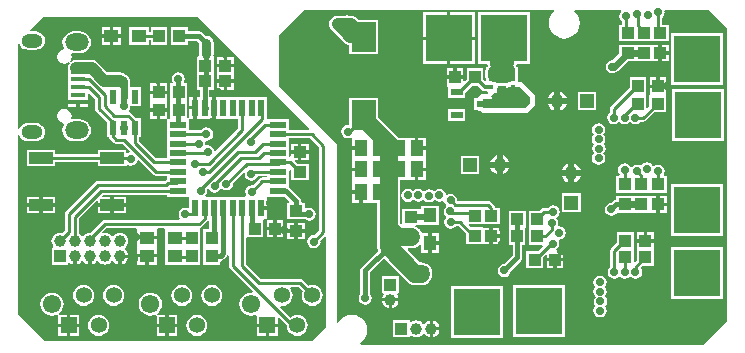
<source format=gtl>
G04*
G04 #@! TF.GenerationSoftware,Altium Limited,Altium Designer,18.1.9 (240)*
G04*
G04 Layer_Physical_Order=1*
G04 Layer_Color=255*
%FSLAX44Y44*%
%MOMM*%
G71*
G01*
G75*
%ADD12C,0.4000*%
%ADD16C,0.2540*%
%ADD17R,1.0000X1.1000*%
%ADD18R,1.0500X0.6000*%
%ADD19R,0.4300X0.3500*%
%ADD20R,1.1000X1.2500*%
%ADD21R,0.6600X0.3500*%
%ADD22R,2.0500X2.5000*%
%ADD23R,1.1000X1.4000*%
%ADD24R,1.1000X1.0000*%
%ADD25R,1.4750X0.6000*%
%ADD26R,0.6000X1.4750*%
%ADD27R,4.0000X4.0000*%
%ADD28R,1.3000X0.4500*%
%ADD29R,0.6000X1.2200*%
%ADD30R,1.2500X1.1000*%
%ADD31R,2.0000X1.0000*%
%ADD32R,2.0000X1.0000*%
%ADD61C,1.5000*%
%ADD62C,1.0000*%
%ADD63C,0.6000*%
%ADD64C,0.5000*%
%ADD65C,2.0000*%
%ADD66C,0.3000*%
%ADD67C,0.8000*%
%ADD68R,1.3580X1.3580*%
%ADD69C,1.3580*%
%ADD70C,1.5500*%
%ADD71R,1.1500X1.1500*%
%ADD72C,1.1500*%
%ADD73R,1.1500X1.1500*%
%ADD74O,2.0000X1.4500*%
%ADD75O,1.8000X1.1500*%
%ADD76C,1.0000*%
%ADD77R,1.0000X1.0000*%
%ADD78R,1.0000X1.0000*%
%ADD79C,0.7000*%
G36*
X607750Y275750D02*
Y28000D01*
X587500Y7750D01*
X297477D01*
X297045Y9020D01*
X299272Y10728D01*
X301355Y13444D01*
X302665Y16606D01*
X303112Y20000D01*
X302665Y23394D01*
X301355Y26556D01*
X299272Y29272D01*
X296556Y31356D01*
X293394Y32665D01*
X290000Y33112D01*
X286606Y32665D01*
X283444Y31356D01*
X280728Y29272D01*
X278645Y26556D01*
X278520Y26256D01*
X277250Y26508D01*
Y178000D01*
X228250Y227000D01*
Y269750D01*
X244250Y285750D01*
X249750Y291250D01*
X461331D01*
X461739Y290047D01*
X460728Y289272D01*
X458644Y286556D01*
X457335Y283394D01*
X456888Y280000D01*
X457335Y276606D01*
X458644Y273444D01*
X460728Y270728D01*
X463444Y268645D01*
X466606Y267335D01*
X470000Y266888D01*
X473394Y267335D01*
X476556Y268645D01*
X479272Y270728D01*
X481356Y273444D01*
X482665Y276606D01*
X483112Y280000D01*
X482665Y283394D01*
X481356Y286556D01*
X479272Y289272D01*
X478261Y290047D01*
X478669Y291250D01*
X518046D01*
X518431Y289980D01*
X518035Y289715D01*
X516819Y287896D01*
X516392Y285750D01*
X516819Y283604D01*
X518035Y281785D01*
X518666Y281363D01*
Y278750D01*
X516500D01*
Y264750D01*
X531500D01*
Y264750D01*
X543500D01*
Y264750D01*
X558500D01*
Y278750D01*
X552584D01*
Y284613D01*
X553215Y285035D01*
X554431Y286854D01*
X554858Y289000D01*
X554663Y289980D01*
X555705Y291250D01*
X592250D01*
X607750Y275750D01*
D02*
G37*
G36*
X190750Y254293D02*
X226500Y218250D01*
X254243Y190507D01*
X253757Y189334D01*
X237135D01*
Y199000D01*
X219648D01*
X218385Y199005D01*
X218380Y200268D01*
Y217755D01*
X174880D01*
Y208380D01*
Y199005D01*
X194046D01*
Y190761D01*
X174800Y171515D01*
X173422Y171933D01*
X173181Y173146D01*
X171965Y174965D01*
X170146Y176181D01*
X168000Y176608D01*
X167007Y176410D01*
X165927Y177490D01*
X166028Y178000D01*
X165761Y179344D01*
X166825Y180427D01*
X167000Y180392D01*
X169146Y180819D01*
X170965Y182035D01*
X172181Y183854D01*
X172608Y186000D01*
X172181Y188146D01*
X170965Y189965D01*
X169146Y191181D01*
X167000Y191608D01*
X164854Y191181D01*
X163035Y189965D01*
X162613Y189334D01*
X152375D01*
Y197737D01*
X152380Y199000D01*
X153643Y199005D01*
X155880D01*
Y206880D01*
X152380D01*
Y200268D01*
X152380Y200141D01*
X151107Y199531D01*
X150500Y200016D01*
Y212550D01*
X150500Y213820D01*
X150500D01*
Y213820D01*
X150500D01*
Y228820D01*
X148461D01*
X147862Y229940D01*
X148306Y230604D01*
X148733Y232750D01*
X148306Y234896D01*
X147090Y236715D01*
X145271Y237931D01*
X143125Y238358D01*
X140979Y237931D01*
X139160Y236715D01*
X137944Y234896D01*
X137517Y232750D01*
X137944Y230604D01*
X138287Y230090D01*
X137609Y228820D01*
X136500D01*
Y213820D01*
X136500D01*
Y213820D01*
X136500D01*
Y199000D01*
X134770D01*
X133625Y199000D01*
X133500Y200218D01*
Y204820D01*
X128000D01*
Y198820D01*
X132355D01*
X133500Y198820D01*
X133625Y197602D01*
Y189000D01*
Y181000D01*
Y173000D01*
Y165334D01*
X124302D01*
X109984Y179652D01*
Y183445D01*
X111650D01*
Y199645D01*
X107490D01*
X103277Y203858D01*
X102195Y204580D01*
X101636Y204692D01*
X101147Y206076D01*
X102001Y207354D01*
X102428Y209500D01*
X102547Y209645D01*
X111650D01*
Y225845D01*
X102248D01*
Y228100D01*
X102135Y228668D01*
X102310Y230000D01*
X102070Y231827D01*
X101364Y233530D01*
X100242Y234993D01*
X98993Y236243D01*
X97530Y237365D01*
X95827Y238070D01*
X94000Y238310D01*
X83174D01*
X74742Y246742D01*
X73280Y247864D01*
X71577Y248570D01*
X69750Y248810D01*
X57000D01*
X55173Y248570D01*
X53470Y247864D01*
X52515Y247132D01*
X51575Y248012D01*
X52302Y249099D01*
X52768Y251440D01*
X52389Y253344D01*
X53078Y254312D01*
X53350Y254498D01*
X54400Y254360D01*
X59900D01*
X62315Y254678D01*
X64565Y255610D01*
X66497Y257093D01*
X67980Y259025D01*
X68912Y261275D01*
X69230Y263690D01*
X68912Y266105D01*
X67980Y268355D01*
X66497Y270287D01*
X64565Y271770D01*
X62315Y272702D01*
X59900Y273020D01*
X54400D01*
X51985Y272702D01*
X49735Y271770D01*
X47803Y270287D01*
X46320Y268355D01*
X45388Y266105D01*
X45070Y263690D01*
X45388Y261275D01*
X46320Y259025D01*
X46506Y258783D01*
X45952Y257419D01*
X44309Y257092D01*
X42324Y255766D01*
X40998Y253781D01*
X40532Y251440D01*
X40998Y249099D01*
X42324Y247114D01*
X44309Y245788D01*
X46650Y245322D01*
X48991Y245788D01*
X50394Y246725D01*
X51273Y245786D01*
X50886Y245280D01*
X50180Y243577D01*
X50129Y243190D01*
X49650D01*
Y234690D01*
Y228190D01*
Y221690D01*
Y215190D01*
Y214440D01*
X58150D01*
X66650D01*
Y220089D01*
X67920Y220615D01*
X72666Y215869D01*
Y207500D01*
X72920Y206224D01*
X73643Y205142D01*
X82650Y196135D01*
Y183445D01*
X84426D01*
X84570Y182724D01*
X85293Y181642D01*
X88042Y178892D01*
X89124Y178170D01*
X90400Y177916D01*
X95869D01*
X102276Y171509D01*
X101858Y170131D01*
X100854Y169931D01*
X100270Y169541D01*
X99000Y170219D01*
Y172750D01*
X75000D01*
Y169084D01*
X39000D01*
Y172750D01*
X15000D01*
Y158750D01*
X39000D01*
Y162416D01*
X75000D01*
Y158750D01*
X99000D01*
Y159281D01*
X100270Y159959D01*
X100854Y159569D01*
X103000Y159142D01*
X105146Y159569D01*
X106965Y160785D01*
X108181Y162604D01*
X108381Y163608D01*
X109759Y164026D01*
X122142Y151643D01*
X123224Y150920D01*
X124500Y150666D01*
X133625D01*
Y147476D01*
X132995Y147350D01*
X131913Y146628D01*
X131369Y146084D01*
X75250D01*
X73974Y145830D01*
X72892Y145107D01*
X48393Y120608D01*
X47670Y119526D01*
X47416Y118250D01*
Y104481D01*
X44873Y101939D01*
X44677Y102020D01*
X42850Y102260D01*
X41023Y102020D01*
X39320Y101314D01*
X37858Y100192D01*
X36735Y98730D01*
X36030Y97027D01*
X35790Y95200D01*
X36030Y93373D01*
X36735Y91670D01*
X37426Y90770D01*
X36800Y89500D01*
X35850D01*
Y75500D01*
X49850D01*
Y76450D01*
X51120Y77076D01*
X52020Y76385D01*
X53723Y75680D01*
X54050Y75637D01*
Y82500D01*
X57050D01*
Y75637D01*
X57377Y75680D01*
X59080Y76385D01*
X60542Y77508D01*
X61113Y78252D01*
X62687D01*
X63258Y77508D01*
X64720Y76385D01*
X66423Y75680D01*
X66750Y75637D01*
Y82500D01*
X69750D01*
Y75637D01*
X70077Y75680D01*
X71780Y76385D01*
X73242Y77508D01*
X73813Y78252D01*
X75387D01*
X75958Y77508D01*
X77420Y76385D01*
X79123Y75680D01*
X80950Y75440D01*
X82777Y75680D01*
X84480Y76385D01*
X85942Y77508D01*
X86513Y78252D01*
X88087D01*
X88658Y77508D01*
X90120Y76385D01*
X91823Y75680D01*
X92150Y75637D01*
Y82500D01*
X93650D01*
Y84000D01*
X100513D01*
X100470Y84327D01*
X99764Y86030D01*
X98642Y87493D01*
X97899Y88063D01*
Y89637D01*
X98642Y90208D01*
X99764Y91670D01*
X100470Y93373D01*
X100710Y95200D01*
X100470Y97027D01*
X99764Y98730D01*
X98642Y100192D01*
X97180Y101314D01*
X95477Y102020D01*
X93650Y102260D01*
X91823Y102020D01*
X90120Y101314D01*
X88658Y100192D01*
X88087Y99448D01*
X86513D01*
X85942Y100192D01*
X84480Y101314D01*
X82777Y102020D01*
X80950Y102260D01*
X79305Y102044D01*
X78963Y102423D01*
X78658Y103193D01*
X82131Y106666D01*
X107339D01*
X108250Y105800D01*
X108250Y105396D01*
Y99800D01*
X116500D01*
X124750D01*
Y105396D01*
X124750Y105800D01*
X125661Y106666D01*
X130839D01*
X131750Y105800D01*
X131750Y105396D01*
Y91770D01*
X131750Y90800D01*
X131750Y89530D01*
Y75500D01*
X161500D01*
Y89230D01*
X161500Y90500D01*
X161500Y91770D01*
Y105471D01*
X161500Y105500D01*
X161507Y106767D01*
X162276Y106920D01*
X163358Y107642D01*
X167738Y112022D01*
X168032Y112463D01*
X169302Y112077D01*
Y105500D01*
X164500D01*
Y91770D01*
X164500Y90500D01*
X164500D01*
Y90500D01*
X164500D01*
Y75500D01*
X178500D01*
Y77845D01*
X179000Y78922D01*
X180561Y79232D01*
X181884Y80116D01*
X184264Y82496D01*
X184264Y82496D01*
X184776Y83263D01*
X186046Y82877D01*
Y74620D01*
X186300Y73344D01*
X187022Y72263D01*
X206408Y52877D01*
X205815Y51674D01*
X204600Y51834D01*
X202055Y51499D01*
X199683Y50517D01*
X197646Y48954D01*
X196083Y46917D01*
X195101Y44545D01*
X194766Y42000D01*
X195101Y39455D01*
X196083Y37083D01*
X197646Y35046D01*
X199683Y33483D01*
X202055Y32501D01*
X204600Y32166D01*
X207145Y32501D01*
X208684Y33138D01*
X209810Y32230D01*
Y25500D01*
X227390D01*
Y30236D01*
X228563Y30722D01*
X235152Y24133D01*
X235134Y24000D01*
X235436Y21705D01*
X236322Y19567D01*
X237731Y17731D01*
X239567Y16322D01*
X241705Y15436D01*
X244000Y15134D01*
X246295Y15436D01*
X248433Y16322D01*
X250269Y17731D01*
X251678Y19567D01*
X252564Y21705D01*
X252866Y24000D01*
X252564Y26295D01*
X251678Y28433D01*
X250269Y30269D01*
X248433Y31678D01*
X246295Y32564D01*
X244000Y32866D01*
X241705Y32564D01*
X239567Y31678D01*
X238136Y30580D01*
X229183Y39532D01*
X229776Y40735D01*
X231300Y40534D01*
X233595Y40836D01*
X235733Y41722D01*
X237569Y43131D01*
X238978Y44967D01*
X239864Y47105D01*
X240166Y49400D01*
X239864Y51695D01*
X238978Y53833D01*
X237779Y55396D01*
X238189Y56666D01*
X244719D01*
X248591Y52793D01*
X248136Y51695D01*
X247834Y49400D01*
X248136Y47105D01*
X249022Y44967D01*
X250431Y43131D01*
X252267Y41722D01*
X254405Y40836D01*
X256700Y40534D01*
X258995Y40836D01*
X261133Y41722D01*
X262969Y43131D01*
X264378Y44967D01*
X265264Y47105D01*
X265566Y49400D01*
X265264Y51695D01*
X264378Y53833D01*
X262969Y55669D01*
X261133Y57078D01*
X258995Y57964D01*
X256700Y58266D01*
X254405Y57964D01*
X253307Y57509D01*
X248458Y62358D01*
X247376Y63080D01*
X246100Y63334D01*
X212972D01*
X200714Y75592D01*
Y97348D01*
X201000Y98500D01*
X215000D01*
Y113500D01*
X215961Y114245D01*
X217039D01*
X217142Y114165D01*
X218000Y113500D01*
X218000Y112975D01*
X218000Y112933D01*
Y107500D01*
X223500D01*
Y113500D01*
X219341D01*
X219238Y113580D01*
X218380Y114245D01*
X218380Y114770D01*
X218380Y114812D01*
Y122120D01*
X213380D01*
Y125120D01*
X218380D01*
Y131732D01*
X218385Y132995D01*
X219648Y133000D01*
X233232D01*
X237059Y129173D01*
X236573Y128000D01*
X235500D01*
Y114000D01*
X245606D01*
X246000Y113922D01*
X250204D01*
X251854Y112819D01*
X254000Y112392D01*
X256146Y112819D01*
X257965Y114035D01*
X259181Y115854D01*
X259608Y118000D01*
X259181Y120146D01*
X257965Y121965D01*
X256146Y123181D01*
X254000Y123608D01*
X251854Y123181D01*
X251620Y123025D01*
X250500Y123623D01*
Y128000D01*
X247821D01*
X247078Y129000D01*
X246768Y130561D01*
X245884Y131884D01*
X245884Y131884D01*
X237135Y140633D01*
Y149000D01*
Y154929D01*
X238405Y155608D01*
X238500Y155545D01*
Y147000D01*
X253500D01*
Y161000D01*
X243715D01*
X241888Y162827D01*
X242374Y164000D01*
X244500D01*
Y169500D01*
X238500D01*
Y167006D01*
X237230Y166165D01*
X237135Y166205D01*
Y173000D01*
Y182666D01*
X254619D01*
X262666Y174619D01*
Y104381D01*
X258745Y100460D01*
X258000Y100608D01*
X255854Y100181D01*
X254035Y98965D01*
X252819Y97146D01*
X252392Y95000D01*
X252819Y92854D01*
X254035Y91035D01*
X255854Y89819D01*
X258000Y89392D01*
X260146Y89819D01*
X261965Y91035D01*
X263181Y92854D01*
X263608Y95000D01*
X263460Y95745D01*
X266827Y99112D01*
X268000Y98626D01*
Y22750D01*
X256250Y11000D01*
X30000D01*
X7250Y33750D01*
X7250Y185003D01*
X8520Y185255D01*
X9130Y183782D01*
X10373Y182163D01*
X11992Y180920D01*
X13877Y180140D01*
X15900Y179873D01*
X22400D01*
X24423Y180140D01*
X26308Y180920D01*
X27927Y182163D01*
X29170Y183782D01*
X29950Y185667D01*
X30217Y187690D01*
X29950Y189713D01*
X29170Y191598D01*
X27927Y193217D01*
X26308Y194460D01*
X24423Y195240D01*
X22400Y195507D01*
X15900D01*
X13877Y195240D01*
X11992Y194460D01*
X10373Y193217D01*
X9130Y191598D01*
X8520Y190125D01*
X7250Y190377D01*
Y262503D01*
X8520Y262755D01*
X9130Y261282D01*
X10373Y259663D01*
X11992Y258420D01*
X13877Y257640D01*
X15900Y257373D01*
X22400D01*
X24423Y257640D01*
X26308Y258420D01*
X27927Y259663D01*
X29170Y261282D01*
X29950Y263167D01*
X30217Y265190D01*
X29950Y267213D01*
X29170Y269098D01*
X27927Y270717D01*
X26308Y271960D01*
X24423Y272741D01*
X22400Y273007D01*
X18416D01*
X17930Y274180D01*
X29000Y285250D01*
X159793Y285250D01*
X190750Y254293D01*
D02*
G37*
G36*
X199611Y153100D02*
X199392Y152000D01*
X199819Y149854D01*
X201035Y148035D01*
X202854Y146819D01*
X205000Y146392D01*
X207146Y146819D01*
X208965Y148035D01*
X210181Y149854D01*
X210342Y150666D01*
X218385D01*
Y149334D01*
X214213D01*
X212937Y149080D01*
X211855Y148357D01*
X206125Y142627D01*
X205380Y142775D01*
X203234Y142348D01*
X201415Y141132D01*
X200199Y139313D01*
X199772Y137167D01*
X200199Y135021D01*
X200704Y134265D01*
X200026Y132995D01*
X166521D01*
X166119Y134265D01*
X167181Y135854D01*
X167608Y138000D01*
X167379Y139152D01*
X167689Y139433D01*
X167718Y139444D01*
X169281Y139163D01*
X170035Y138035D01*
X171854Y136819D01*
X174000Y136392D01*
X176146Y136819D01*
X177965Y138035D01*
X178904Y139440D01*
X179625Y139819D01*
X180456Y139753D01*
X181854Y138819D01*
X184000Y138392D01*
X186146Y138819D01*
X187965Y140035D01*
X189181Y141854D01*
X189608Y144000D01*
X189460Y144745D01*
X198441Y153726D01*
X199611Y153100D01*
D02*
G37*
G36*
X133625Y133000D02*
X151112D01*
X152375Y132995D01*
X152380Y131732D01*
Y123868D01*
X151338Y123153D01*
X151110Y123188D01*
X149000Y123608D01*
X146854Y123181D01*
X145035Y121965D01*
X143819Y120146D01*
X143392Y118000D01*
X143819Y115854D01*
X144654Y114604D01*
X143975Y113334D01*
X80750D01*
X79474Y113080D01*
X78393Y112358D01*
X68290Y102255D01*
X68250Y102260D01*
X66423Y102020D01*
X64720Y101314D01*
X63258Y100192D01*
X62687Y99448D01*
X61113D01*
X60542Y100192D01*
X59080Y101314D01*
X58884Y101396D01*
Y114619D01*
X73827Y129562D01*
X75000Y129076D01*
Y127250D01*
X85500D01*
Y132750D01*
X79081D01*
X78545Y133966D01*
X79105Y134666D01*
X133625D01*
Y133000D01*
D02*
G37*
%LPC*%
G36*
X394000Y289000D02*
X373500D01*
Y268500D01*
X394000D01*
Y289000D01*
D02*
G37*
G36*
X370500D02*
X350000D01*
Y268500D01*
X370500D01*
Y289000D01*
D02*
G37*
G36*
X558500Y261750D02*
X552500D01*
Y256250D01*
X558500D01*
Y261750D01*
D02*
G37*
G36*
X286000Y286608D02*
X283854Y286181D01*
X283674Y286060D01*
X278000D01*
X276173Y285820D01*
X274470Y285114D01*
X273008Y283992D01*
X271886Y282530D01*
X271180Y280827D01*
X270940Y279000D01*
X271180Y277173D01*
X271886Y275470D01*
X273008Y274008D01*
X279007Y268008D01*
X283657Y263358D01*
X285120Y262236D01*
X286823Y261530D01*
X287750Y261408D01*
Y253850D01*
X312250D01*
Y282850D01*
X295485D01*
X294342Y283992D01*
X292880Y285114D01*
X291177Y285820D01*
X289350Y286060D01*
X288326D01*
X288146Y286181D01*
X286000Y286608D01*
D02*
G37*
G36*
X558500Y253250D02*
X552500D01*
Y247750D01*
X558500D01*
Y253250D01*
D02*
G37*
G36*
X545290Y261750D02*
X530290D01*
Y261750D01*
X516500D01*
Y254460D01*
X510623Y248582D01*
X508604Y248181D01*
X506785Y246965D01*
X505569Y245146D01*
X505142Y243000D01*
X505569Y240854D01*
X506785Y239035D01*
X508604Y237819D01*
X510750Y237392D01*
X512896Y237819D01*
X513346Y238120D01*
X514201Y238290D01*
X515855Y239395D01*
X524210Y247750D01*
X531500D01*
Y247750D01*
X543500D01*
Y247750D01*
X549500D01*
Y254750D01*
Y261750D01*
X545290D01*
Y261750D01*
D02*
G37*
G36*
X394000Y265500D02*
X373500D01*
Y245000D01*
X394000D01*
Y265500D01*
D02*
G37*
G36*
X370500D02*
X350000D01*
Y245000D01*
X370500D01*
Y265500D01*
D02*
G37*
G36*
X384500Y241750D02*
X379000D01*
Y235750D01*
X384500D01*
Y241750D01*
D02*
G37*
G36*
X376000D02*
X370500D01*
Y235750D01*
X376000D01*
Y241750D01*
D02*
G37*
G36*
X441000Y289000D02*
X397000D01*
Y245000D01*
X404569D01*
X404992Y244320D01*
X405133Y243730D01*
X404381Y242750D01*
X403850D01*
Y241741D01*
X403430Y240727D01*
X403190Y238900D01*
Y234750D01*
X403430Y232923D01*
X403850Y231909D01*
Y231606D01*
X402677Y231120D01*
X401500Y232297D01*
Y241750D01*
X387500D01*
Y232297D01*
X385673Y230470D01*
X384500Y230956D01*
Y232750D01*
X377500D01*
X370500D01*
Y226750D01*
X371500Y226250D01*
Y216250D01*
X386000D01*
Y220703D01*
X392047Y226750D01*
X396953D01*
X400227Y223477D01*
X401384Y222703D01*
X402750Y222431D01*
X403850D01*
Y222250D01*
X404625D01*
X405047Y220980D01*
X404333Y219911D01*
X404316Y219828D01*
X400750D01*
X399189Y219518D01*
X397866Y218634D01*
X396982Y217311D01*
X396871Y216750D01*
X393500D01*
Y206750D01*
X396871D01*
X396982Y206189D01*
X397866Y204866D01*
X399189Y203982D01*
X400750Y203672D01*
X408540D01*
X408540Y203672D01*
X436750Y203672D01*
X436750Y203672D01*
X438311Y203982D01*
X439634Y204866D01*
X439634Y204866D01*
X444134Y209366D01*
X445018Y210689D01*
X445328Y212250D01*
X445328Y212250D01*
Y217250D01*
X445018Y218811D01*
X444134Y220134D01*
X444134Y220134D01*
X435447Y228821D01*
X434124Y229705D01*
X432563Y230015D01*
X432065Y229916D01*
X430850Y230644D01*
Y242750D01*
X429886D01*
X429221Y243772D01*
X429567Y245000D01*
X441000D01*
Y289000D01*
D02*
G37*
G36*
X556500Y233950D02*
X551000D01*
Y227950D01*
X556500D01*
Y233950D01*
D02*
G37*
G36*
X548000D02*
X542500D01*
Y227950D01*
X548000D01*
Y233950D01*
D02*
G37*
G36*
X604060Y271750D02*
X560060D01*
Y227750D01*
X604060D01*
Y271750D01*
D02*
G37*
G36*
X466500Y221938D02*
Y216500D01*
X471937D01*
X471241Y218181D01*
X469912Y219912D01*
X468181Y221241D01*
X466500Y221938D01*
D02*
G37*
G36*
X461500Y221938D02*
X459819Y221241D01*
X458088Y219912D01*
X456759Y218181D01*
X456063Y216500D01*
X461500D01*
Y221938D01*
D02*
G37*
G36*
X496750Y221750D02*
X481250D01*
Y206250D01*
X496750D01*
Y221750D01*
D02*
G37*
G36*
X461500Y211500D02*
X456063D01*
X456759Y209819D01*
X458088Y208088D01*
X459819Y206759D01*
X461500Y206063D01*
Y211500D01*
D02*
G37*
G36*
X471937D02*
X466500D01*
Y206063D01*
X468181Y206759D01*
X469912Y208088D01*
X471241Y209819D01*
X471937Y211500D01*
D02*
G37*
G36*
X386000Y207250D02*
X371500D01*
Y197250D01*
X386000D01*
Y207250D01*
D02*
G37*
G36*
X539500Y233950D02*
X525500D01*
Y225215D01*
X509642Y209358D01*
X508920Y208276D01*
X508666Y207000D01*
Y204137D01*
X508035Y203715D01*
X506819Y201896D01*
X506392Y199750D01*
X506819Y197604D01*
X508035Y195785D01*
X509854Y194569D01*
X512000Y194142D01*
X514146Y194569D01*
X515965Y195785D01*
X517035D01*
X518854Y194569D01*
X521000Y194142D01*
X523146Y194569D01*
X524965Y195785D01*
X526035D01*
X527854Y194569D01*
X530000Y194142D01*
X532146Y194569D01*
X533965Y195785D01*
X534387Y196416D01*
X537000D01*
X538276Y196670D01*
X539357Y197392D01*
X546215Y204250D01*
X556000D01*
Y218950D01*
X556500D01*
Y224950D01*
X549500D01*
X542500D01*
Y219250D01*
X542000D01*
Y209465D01*
X540173Y207638D01*
X539000Y208124D01*
Y218950D01*
X539500D01*
Y233950D01*
D02*
G37*
G36*
X605000Y224000D02*
X561000D01*
Y180000D01*
X605000D01*
Y224000D01*
D02*
G37*
G36*
X346500Y183000D02*
Y175500D01*
X352500D01*
Y183000D01*
X346500D01*
D02*
G37*
G36*
X417750Y167938D02*
Y162500D01*
X423187D01*
X422491Y164181D01*
X421162Y165912D01*
X419431Y167241D01*
X417750Y167938D01*
D02*
G37*
G36*
X412750D02*
X411069Y167241D01*
X409338Y165912D01*
X408009Y164181D01*
X407313Y162500D01*
X412750D01*
Y167938D01*
D02*
G37*
G36*
X499000Y195358D02*
X496854Y194931D01*
X495035Y193715D01*
X493819Y191896D01*
X493392Y189750D01*
X493819Y187604D01*
X495035Y185785D01*
Y185715D01*
X493819Y183896D01*
X493392Y181750D01*
X493819Y179604D01*
X495035Y177785D01*
X495302Y177606D01*
X494159Y175896D01*
X493732Y173750D01*
X494159Y171604D01*
X495302Y169894D01*
X495035Y169715D01*
X493819Y167896D01*
X493392Y165750D01*
X493819Y163604D01*
X495035Y161785D01*
X496854Y160569D01*
X499000Y160142D01*
X501146Y160569D01*
X502965Y161785D01*
X504181Y163604D01*
X504608Y165750D01*
X504181Y167896D01*
X503038Y169606D01*
X503305Y169785D01*
X504521Y171604D01*
X504948Y173750D01*
X504521Y175896D01*
X503305Y177715D01*
X503038Y177894D01*
X504181Y179604D01*
X504608Y181750D01*
X504181Y183896D01*
X502965Y185715D01*
Y185785D01*
X504181Y187604D01*
X504608Y189750D01*
X504181Y191896D01*
X502965Y193715D01*
X501146Y194931D01*
X499000Y195358D01*
D02*
G37*
G36*
X540040Y162108D02*
X537894Y161681D01*
X536075Y160465D01*
X534885Y158686D01*
X533396Y159681D01*
X531250Y160108D01*
X529104Y159681D01*
X527285Y158465D01*
X527223Y158373D01*
X525695D01*
X524965Y159465D01*
X523146Y160681D01*
X521000Y161108D01*
X518854Y160681D01*
X517035Y159465D01*
X515819Y157646D01*
X515392Y155500D01*
X515819Y153354D01*
X516878Y151770D01*
X516604Y150916D01*
X516315Y150500D01*
X513750D01*
Y136500D01*
X541750D01*
Y136500D01*
X556750D01*
Y150500D01*
X554720D01*
X554041Y151770D01*
X554431Y152354D01*
X554858Y154500D01*
X554431Y156646D01*
X553215Y158465D01*
X551396Y159681D01*
X549250Y160108D01*
X547104Y159681D01*
X546300Y159143D01*
X545221Y158646D01*
X544672Y159467D01*
X544005Y160465D01*
X542186Y161681D01*
X540040Y162108D01*
D02*
G37*
G36*
X478500Y160938D02*
Y155500D01*
X483937D01*
X483241Y157181D01*
X481912Y158912D01*
X480181Y160241D01*
X478500Y160938D01*
D02*
G37*
G36*
X473500Y160938D02*
X471819Y160241D01*
X470088Y158912D01*
X468759Y157181D01*
X468063Y155500D01*
X473500D01*
Y160938D01*
D02*
G37*
G36*
X398000Y167750D02*
X382500D01*
Y152250D01*
X398000D01*
Y167750D01*
D02*
G37*
G36*
X423187Y157500D02*
X417750D01*
Y152063D01*
X419431Y152759D01*
X421162Y154087D01*
X422491Y155819D01*
X423187Y157500D01*
D02*
G37*
G36*
X412750D02*
X407313D01*
X408009Y155819D01*
X409338Y154087D01*
X411069Y152759D01*
X412750Y152063D01*
Y157500D01*
D02*
G37*
G36*
X352500Y154500D02*
X346500D01*
Y147000D01*
X352500D01*
Y154500D01*
D02*
G37*
G36*
X312250Y216850D02*
X287750D01*
Y194515D01*
X286823Y193754D01*
X284677Y193327D01*
X282857Y192111D01*
X281642Y190292D01*
X281215Y188146D01*
X281642Y186000D01*
X282857Y184181D01*
X284677Y182965D01*
X286823Y182538D01*
X288969Y182965D01*
X289310Y183193D01*
X290500Y182461D01*
X290500Y182064D01*
Y175500D01*
X298000D01*
Y172500D01*
X290500D01*
Y166270D01*
X290500Y165000D01*
X290500Y163730D01*
Y157500D01*
X298000D01*
Y154500D01*
X290500D01*
Y147270D01*
X290500Y147000D01*
Y146000D01*
X290500Y145730D01*
Y138500D01*
X298000D01*
Y137000D01*
X299500D01*
Y128000D01*
X304230D01*
X305500Y128000D01*
X306770Y128000D01*
X311668D01*
Y106250D01*
Y90500D01*
X311995Y88020D01*
X312290Y87307D01*
X298616Y73634D01*
X297732Y72311D01*
X297422Y70750D01*
X297422Y70750D01*
Y50796D01*
X296319Y49146D01*
X295892Y47000D01*
X296319Y44854D01*
X297535Y43035D01*
X299354Y41819D01*
X301500Y41392D01*
X303646Y41819D01*
X305465Y43035D01*
X306681Y44854D01*
X307108Y47000D01*
X306681Y49146D01*
X305578Y50796D01*
Y69061D01*
X317358Y80841D01*
X337225Y60975D01*
X339209Y59452D01*
X341520Y58495D01*
X344000Y58168D01*
X348750D01*
X351230Y58495D01*
X353541Y59452D01*
X355526Y60975D01*
X357048Y62959D01*
X358005Y65270D01*
X358332Y67750D01*
X358005Y70230D01*
X357825Y70667D01*
X357431Y72646D01*
X356215Y74465D01*
X354396Y75681D01*
X353888Y75782D01*
X353541Y76048D01*
X351230Y77006D01*
X348750Y77332D01*
X347969D01*
X337306Y87995D01*
X337792Y89168D01*
X340250D01*
X342730Y89494D01*
X345041Y90452D01*
X346541Y91603D01*
X347750Y91750D01*
Y91750D01*
X349000Y91702D01*
Y85500D01*
X355000D01*
Y93750D01*
Y102000D01*
X349187D01*
X348548Y103541D01*
X347750Y104581D01*
Y105750D01*
X346733D01*
X345041Y107048D01*
X343998Y107480D01*
X344251Y108750D01*
X347750D01*
Y108952D01*
X349000Y109000D01*
Y109000D01*
X364000D01*
Y125500D01*
X349000D01*
Y122798D01*
X347750Y122750D01*
Y122750D01*
X332750D01*
Y110638D01*
X331491Y110070D01*
X330832Y110582D01*
Y137000D01*
Y147000D01*
X337500Y147000D01*
X338770Y147000D01*
X343500D01*
Y156000D01*
X345000D01*
Y157500D01*
X352500D01*
Y163730D01*
X352500Y165000D01*
X352500Y166270D01*
Y172500D01*
X345000D01*
Y174000D01*
X343500D01*
Y183000D01*
X338770D01*
X337500Y183000D01*
X336230Y183000D01*
X329196D01*
X328026Y184526D01*
X312250Y200301D01*
Y216850D01*
D02*
G37*
G36*
X473500Y150500D02*
X468063D01*
X468759Y148819D01*
X470088Y147087D01*
X471819Y145759D01*
X473500Y145063D01*
Y150500D01*
D02*
G37*
G36*
X483937D02*
X478500D01*
Y145063D01*
X480181Y145759D01*
X481912Y147087D01*
X483241Y148819D01*
X483937Y150500D01*
D02*
G37*
G36*
X364250Y139748D02*
X362104Y139321D01*
X360285Y138105D01*
X360024Y137715D01*
X359415D01*
X357596Y138931D01*
X355450Y139358D01*
X353304Y138931D01*
X351871Y137973D01*
X350465Y138105D01*
X348646Y139321D01*
X346500Y139748D01*
X344354Y139321D01*
X342960Y138389D01*
X341715Y137965D01*
X339896Y139181D01*
X337750Y139608D01*
X335604Y139181D01*
X333785Y137965D01*
X332569Y136146D01*
X332142Y134000D01*
X332569Y131854D01*
X333785Y130035D01*
X335604Y128819D01*
X337750Y128392D01*
X339896Y128819D01*
X341291Y129751D01*
X342535Y130175D01*
X344354Y128959D01*
X346500Y128532D01*
X348646Y128959D01*
X350079Y129917D01*
X351485Y129785D01*
X353304Y128569D01*
X355450Y128142D01*
X357596Y128569D01*
X359415Y129785D01*
X359676Y130175D01*
X360285D01*
X362104Y128959D01*
X364250Y128532D01*
X366396Y128959D01*
X367039Y129389D01*
X368450Y128804D01*
X368639Y127854D01*
X369771Y126160D01*
X369912Y125721D01*
Y124726D01*
X369553Y124486D01*
X368337Y122667D01*
X367910Y120521D01*
X368337Y118375D01*
X369419Y116757D01*
X369547Y116332D01*
X369515Y115054D01*
X368587Y113667D01*
X368161Y111521D01*
X368587Y109375D01*
X369803Y107555D01*
X371622Y106340D01*
X373768Y105913D01*
X375914Y106340D01*
X377733Y107555D01*
X378155Y108187D01*
X380140D01*
X386500Y101826D01*
Y93000D01*
X400500D01*
Y92500D01*
X406500D01*
Y99500D01*
Y106500D01*
X401500D01*
Y107000D01*
X390756D01*
X388929Y108827D01*
X389416Y110000D01*
X400500D01*
Y109500D01*
X415500D01*
Y123500D01*
X411284D01*
X411080Y124526D01*
X410358Y125608D01*
X407607Y128357D01*
X406526Y129080D01*
X405250Y129334D01*
X379974D01*
X379428Y130000D01*
X379001Y132146D01*
X377785Y133965D01*
X375966Y135181D01*
X373820Y135608D01*
X371674Y135181D01*
X371031Y134751D01*
X369620Y135336D01*
X369431Y136286D01*
X368215Y138105D01*
X366396Y139321D01*
X364250Y139748D01*
D02*
G37*
G36*
X296500Y135500D02*
X290500D01*
Y128000D01*
X296500D01*
Y135500D01*
D02*
G37*
G36*
X556750Y133500D02*
X550750D01*
Y128000D01*
X556750D01*
Y133500D01*
D02*
G37*
G36*
X483750Y135750D02*
X468250D01*
Y120250D01*
X483750D01*
Y135750D01*
D02*
G37*
G36*
X556750Y125000D02*
X550750D01*
Y119500D01*
X556750D01*
Y125000D01*
D02*
G37*
G36*
X542750Y133500D02*
X513750D01*
Y130529D01*
X512439Y130268D01*
X511116Y129384D01*
X511116Y129384D01*
X509550Y127818D01*
X507604Y127431D01*
X505785Y126215D01*
X504569Y124396D01*
X504142Y122250D01*
X504569Y120104D01*
X505785Y118285D01*
X507604Y117069D01*
X509750Y116642D01*
X511896Y117069D01*
X513715Y118285D01*
X514527Y119500D01*
X541750D01*
Y119500D01*
X547750D01*
Y126500D01*
Y133500D01*
X542750D01*
Y133500D01*
D02*
G37*
G36*
X415500Y106500D02*
X409500D01*
Y101000D01*
X415500D01*
Y106500D01*
D02*
G37*
G36*
X604000Y143750D02*
X560000D01*
Y99750D01*
X604000D01*
Y143750D01*
D02*
G37*
G36*
X545750Y103000D02*
X540250D01*
Y97000D01*
X545750D01*
Y103000D01*
D02*
G37*
G36*
X537250D02*
X531750D01*
Y97000D01*
X537250D01*
Y103000D01*
D02*
G37*
G36*
X364000Y102000D02*
X358000D01*
Y95250D01*
X364000D01*
Y102000D01*
D02*
G37*
G36*
X415500Y98000D02*
X409500D01*
Y92500D01*
X415500D01*
Y98000D01*
D02*
G37*
G36*
X364000Y92250D02*
X358000D01*
Y85500D01*
X364000D01*
Y92250D01*
D02*
G37*
G36*
X460750Y125608D02*
X458604Y125181D01*
X456785Y123965D01*
X456363Y123334D01*
X453000D01*
X451724Y123080D01*
X450643Y122358D01*
X449535Y121250D01*
X440250D01*
Y107250D01*
X440000D01*
Y92250D01*
X451126D01*
X451612Y91077D01*
X447785Y87250D01*
X438000D01*
Y72250D01*
X452000D01*
Y82035D01*
X453827Y83862D01*
X455000Y83376D01*
Y81250D01*
X462000D01*
X469000D01*
Y87250D01*
X463456D01*
X463071Y88520D01*
X464215Y89285D01*
X465431Y91104D01*
X465858Y93250D01*
X465431Y95396D01*
X465382Y95470D01*
X466052Y96752D01*
X467646Y97069D01*
X469465Y98285D01*
X470681Y100104D01*
X471108Y102250D01*
X470681Y104396D01*
X469465Y106215D01*
X467646Y107431D01*
X465500Y107858D01*
X465069Y107772D01*
X464363Y108828D01*
X464381Y108854D01*
X464808Y111000D01*
X464381Y113146D01*
X463165Y114965D01*
Y114999D01*
X464715Y116035D01*
X465931Y117854D01*
X466358Y120000D01*
X465931Y122146D01*
X464715Y123965D01*
X462896Y125181D01*
X460750Y125608D01*
D02*
G37*
G36*
X469000Y78250D02*
X463500D01*
Y72250D01*
X469000D01*
Y78250D01*
D02*
G37*
G36*
X460500D02*
X455000D01*
Y72250D01*
X460500D01*
Y78250D01*
D02*
G37*
G36*
X437250Y121250D02*
X423250D01*
Y107250D01*
X423000D01*
Y92250D01*
X426172D01*
Y83189D01*
X419050Y76068D01*
X417104Y75681D01*
X415285Y74465D01*
X414069Y72646D01*
X413642Y70500D01*
X414069Y68354D01*
X415285Y66535D01*
X417104Y65319D01*
X419250Y64892D01*
X421396Y65319D01*
X423215Y66535D01*
X424431Y68354D01*
X424818Y70300D01*
X433134Y78616D01*
X433134Y78616D01*
X434018Y79939D01*
X434328Y81500D01*
Y92250D01*
X437000D01*
Y106250D01*
X437250D01*
Y121250D01*
D02*
G37*
G36*
X528750Y103000D02*
X514750D01*
Y94340D01*
X509893Y89482D01*
X509170Y88400D01*
X508916Y87125D01*
Y73507D01*
X508285Y73085D01*
X507069Y71266D01*
X506642Y69120D01*
X507069Y66974D01*
X508285Y65155D01*
X510104Y63939D01*
X512250Y63512D01*
X514396Y63939D01*
X516215Y65155D01*
X517285D01*
X519104Y63939D01*
X521250Y63512D01*
X523396Y63939D01*
X525215Y65155D01*
X526285D01*
X528104Y63939D01*
X530250Y63512D01*
X532396Y63939D01*
X534215Y65155D01*
X535431Y66974D01*
X535858Y69120D01*
X535431Y71266D01*
X534550Y72585D01*
X535965Y74000D01*
X545750D01*
Y88000D01*
Y94000D01*
X538750D01*
X531750D01*
Y88000D01*
Y79215D01*
X529923Y77388D01*
X528750Y77874D01*
Y88000D01*
Y103000D01*
D02*
G37*
G36*
X329750Y65450D02*
X315750D01*
Y51450D01*
X316700D01*
X317326Y50180D01*
X316635Y49280D01*
X315930Y47577D01*
X315887Y47250D01*
X322750D01*
X329613D01*
X329570Y47577D01*
X328865Y49280D01*
X328174Y50180D01*
X328800Y51450D01*
X329750D01*
Y65450D01*
D02*
G37*
G36*
X604250Y90000D02*
X560250D01*
Y46000D01*
X604250D01*
Y90000D01*
D02*
G37*
G36*
X321250Y44250D02*
X315887D01*
X315930Y43923D01*
X316635Y42220D01*
X317758Y40758D01*
X319220Y39636D01*
X320923Y38930D01*
X321250Y38887D01*
Y44250D01*
D02*
G37*
G36*
X329613D02*
X324250D01*
Y38887D01*
X324577Y38930D01*
X326280Y39636D01*
X327742Y40758D01*
X328865Y42220D01*
X329570Y43923D01*
X329613Y44250D01*
D02*
G37*
G36*
X500250Y66108D02*
X498104Y65681D01*
X496285Y64465D01*
X495069Y62646D01*
X494642Y60500D01*
X495069Y58354D01*
X496285Y56535D01*
Y56465D01*
X495069Y54646D01*
X494642Y52500D01*
X495069Y50354D01*
X496285Y48535D01*
X496552Y48356D01*
X495409Y46646D01*
X494982Y44500D01*
X495409Y42354D01*
X496552Y40644D01*
X496285Y40465D01*
X495069Y38646D01*
X494642Y36500D01*
X495069Y34354D01*
X496285Y32535D01*
X498104Y31319D01*
X500250Y30892D01*
X502396Y31319D01*
X504215Y32535D01*
X505431Y34354D01*
X505858Y36500D01*
X505431Y38646D01*
X504288Y40356D01*
X504555Y40535D01*
X505771Y42354D01*
X506198Y44500D01*
X505771Y46646D01*
X504555Y48465D01*
X504288Y48644D01*
X505431Y50354D01*
X505858Y52500D01*
X505431Y54646D01*
X504215Y56465D01*
Y56535D01*
X505431Y58354D01*
X505858Y60500D01*
X505431Y62646D01*
X504215Y64465D01*
X502396Y65681D01*
X500250Y66108D01*
D02*
G37*
G36*
X344750Y28310D02*
X342923Y28070D01*
X341220Y27364D01*
X340320Y26674D01*
X339050Y27300D01*
Y28250D01*
X325050D01*
Y14250D01*
X339050D01*
Y15200D01*
X340320Y15826D01*
X341220Y15136D01*
X342923Y14430D01*
X344750Y14190D01*
X346577Y14430D01*
X348280Y15136D01*
X349743Y16258D01*
X350313Y17002D01*
X351887D01*
X352458Y16258D01*
X353920Y15136D01*
X355623Y14430D01*
X355950Y14387D01*
Y21250D01*
Y28113D01*
X355623Y28070D01*
X353920Y27364D01*
X352458Y26242D01*
X351887Y25499D01*
X350313D01*
X349743Y26242D01*
X348280Y27364D01*
X346577Y28070D01*
X344750Y28310D01*
D02*
G37*
G36*
X358950Y28113D02*
Y22750D01*
X364313D01*
X364270Y23077D01*
X363564Y24780D01*
X362443Y26242D01*
X360980Y27364D01*
X359277Y28070D01*
X358950Y28113D01*
D02*
G37*
G36*
X364313Y19750D02*
X358950D01*
Y14387D01*
X359277Y14430D01*
X360980Y15136D01*
X362443Y16258D01*
X363564Y17720D01*
X364270Y19423D01*
X364313Y19750D01*
D02*
G37*
G36*
X470940Y58000D02*
X426940D01*
Y14000D01*
X470940D01*
Y58000D01*
D02*
G37*
G36*
X417750Y57500D02*
X373750D01*
Y13500D01*
X417750D01*
Y57500D01*
D02*
G37*
%LPD*%
G36*
X430700Y221710D02*
X431390D01*
Y225451D01*
X432563Y225937D01*
X441250Y217250D01*
Y212250D01*
X436750Y207750D01*
X408540Y207750D01*
Y207750D01*
X400750D01*
Y215750D01*
X408540D01*
Y217290D01*
X408540D01*
X408101Y218351D01*
X410591Y220841D01*
X411510Y220460D01*
Y220460D01*
X413350D01*
Y224750D01*
X421350D01*
Y220460D01*
X422700D01*
Y226000D01*
X430700D01*
Y221710D01*
D02*
G37*
%LPC*%
G36*
X134000Y276500D02*
X120000D01*
Y272334D01*
X118250D01*
Y276500D01*
X101750D01*
Y261500D01*
X118250D01*
Y265666D01*
X120000D01*
Y261500D01*
X134000D01*
Y276500D01*
D02*
G37*
G36*
X94750D02*
X88000D01*
Y270500D01*
X94750D01*
Y276500D01*
D02*
G37*
G36*
X85000D02*
X78250D01*
Y270500D01*
X85000D01*
Y276500D01*
D02*
G37*
G36*
X94750Y267500D02*
X88000D01*
Y261500D01*
X94750D01*
Y267500D01*
D02*
G37*
G36*
X85000D02*
X78250D01*
Y261500D01*
X85000D01*
Y267500D01*
D02*
G37*
G36*
X190000Y251500D02*
X184500D01*
Y245500D01*
X190000D01*
Y251500D01*
D02*
G37*
G36*
X181500D02*
X176000D01*
Y245500D01*
X181500D01*
Y251500D01*
D02*
G37*
G36*
X190000Y242500D02*
X183000D01*
X176000D01*
Y236500D01*
Y232500D01*
X183000D01*
X190000D01*
Y236500D01*
Y242500D01*
D02*
G37*
G36*
Y229500D02*
X184500D01*
Y223500D01*
X190000D01*
Y229500D01*
D02*
G37*
G36*
X181500D02*
X176000D01*
Y223500D01*
X181500D01*
Y229500D01*
D02*
G37*
G36*
X133500Y228820D02*
X128000D01*
Y222820D01*
X133500D01*
Y228820D01*
D02*
G37*
G36*
X125000D02*
X119500D01*
Y222820D01*
X125000D01*
Y228820D01*
D02*
G37*
G36*
X155880Y217755D02*
X152380D01*
Y209880D01*
X155880D01*
Y217755D01*
D02*
G37*
G36*
X66650Y211440D02*
X59650D01*
Y208690D01*
X66650D01*
Y211440D01*
D02*
G37*
G36*
X56650D02*
X49650D01*
Y208690D01*
X56650D01*
Y211440D01*
D02*
G37*
G36*
X133500Y219820D02*
X119500D01*
Y215090D01*
X119500Y213820D01*
X119500Y212550D01*
Y207820D01*
X133500D01*
Y212550D01*
X133500Y213820D01*
X133500Y215090D01*
Y219820D01*
D02*
G37*
G36*
X151000Y276500D02*
X137000D01*
Y261500D01*
X151000D01*
Y264922D01*
X159311D01*
X160940Y263292D01*
X160882Y263000D01*
Y254000D01*
X161127Y252770D01*
X160085Y251500D01*
X159000D01*
Y236500D01*
Y223500D01*
X161302D01*
Y217755D01*
X158880D01*
Y208380D01*
Y199005D01*
X171880D01*
Y208380D01*
Y217755D01*
X169458D01*
Y223500D01*
X173000D01*
Y236500D01*
Y251500D01*
X173000Y251500D01*
X173000D01*
X172873Y252770D01*
X173118Y254000D01*
Y263000D01*
X172652Y265341D01*
X171326Y267326D01*
X169341Y268652D01*
X167000Y269118D01*
X166708Y269060D01*
X163884Y271884D01*
X162561Y272768D01*
X161000Y273078D01*
X161000Y273078D01*
X151000D01*
Y276500D01*
D02*
G37*
G36*
X125000Y204820D02*
X119500D01*
Y198820D01*
X125000D01*
Y204820D01*
D02*
G37*
G36*
X46650Y207558D02*
X44309Y207092D01*
X42324Y205766D01*
X40998Y203781D01*
X40532Y201440D01*
X40998Y199099D01*
X42324Y197114D01*
X44309Y195788D01*
X45952Y195461D01*
X46506Y194098D01*
X46320Y193855D01*
X45388Y191605D01*
X45070Y189190D01*
X45388Y186775D01*
X46320Y184525D01*
X47803Y182593D01*
X49735Y181110D01*
X51985Y180178D01*
X54400Y179860D01*
X59900D01*
X62315Y180178D01*
X64565Y181110D01*
X66497Y182593D01*
X67980Y184525D01*
X68912Y186775D01*
X69230Y189190D01*
X68912Y191605D01*
X67980Y193855D01*
X66497Y195787D01*
X64565Y197270D01*
X62315Y198202D01*
X59900Y198520D01*
X54400D01*
X53350Y198382D01*
X53078Y198568D01*
X52389Y199536D01*
X52768Y201440D01*
X52302Y203781D01*
X50976Y205766D01*
X48991Y207092D01*
X46650Y207558D01*
D02*
G37*
G36*
X253500Y178000D02*
X247500D01*
Y172500D01*
X253500D01*
Y178000D01*
D02*
G37*
G36*
X244500D02*
X238500D01*
Y172500D01*
X244500D01*
Y178000D01*
D02*
G37*
G36*
X253500Y169500D02*
X247500D01*
Y164000D01*
X253500D01*
Y169500D01*
D02*
G37*
G36*
X39000Y132750D02*
X28500D01*
Y127250D01*
X39000D01*
Y132750D01*
D02*
G37*
G36*
X25500D02*
X15000D01*
Y127250D01*
X25500D01*
Y132750D01*
D02*
G37*
G36*
X39000Y124250D02*
X28500D01*
Y118750D01*
X39000D01*
Y124250D01*
D02*
G37*
G36*
X25500D02*
X15000D01*
Y118750D01*
X25500D01*
Y124250D01*
D02*
G37*
G36*
X232000Y113500D02*
X226500D01*
Y107500D01*
X232000D01*
Y113500D01*
D02*
G37*
G36*
X250500Y111000D02*
X244500D01*
Y105500D01*
X250500D01*
Y111000D01*
D02*
G37*
G36*
X241500D02*
X235500D01*
Y105500D01*
X241500D01*
Y111000D01*
D02*
G37*
G36*
X232000Y104500D02*
X226500D01*
Y98500D01*
X232000D01*
Y104500D01*
D02*
G37*
G36*
X223500D02*
X218000D01*
Y98500D01*
X223500D01*
Y104500D01*
D02*
G37*
G36*
X250500Y102500D02*
X244500D01*
Y97000D01*
X250500D01*
Y102500D01*
D02*
G37*
G36*
X241500D02*
X235500D01*
Y97000D01*
X241500D01*
Y102500D01*
D02*
G37*
G36*
X124750Y96800D02*
X116500D01*
X108250D01*
Y91770D01*
X108250Y90800D01*
X108250Y89530D01*
Y84500D01*
X116500D01*
X124750D01*
Y89530D01*
X124750Y90500D01*
X124750Y91770D01*
Y96800D01*
D02*
G37*
G36*
X100513Y81000D02*
X95150D01*
Y75637D01*
X95477Y75680D01*
X97180Y76385D01*
X98642Y77508D01*
X99764Y78970D01*
X100470Y80673D01*
X100513Y81000D01*
D02*
G37*
G36*
X124750Y81500D02*
X118000D01*
Y75500D01*
X124750D01*
Y81500D01*
D02*
G37*
G36*
X115000D02*
X108250D01*
Y75500D01*
X115000D01*
Y81500D01*
D02*
G37*
G36*
X171700Y58266D02*
X169405Y57964D01*
X167267Y57078D01*
X165431Y55669D01*
X164022Y53833D01*
X163136Y51695D01*
X162834Y49400D01*
X163136Y47105D01*
X164022Y44967D01*
X165431Y43131D01*
X167267Y41722D01*
X169405Y40836D01*
X171700Y40534D01*
X173995Y40836D01*
X176133Y41722D01*
X177969Y43131D01*
X179378Y44967D01*
X180264Y47105D01*
X180566Y49400D01*
X180264Y51695D01*
X179378Y53833D01*
X177969Y55669D01*
X176133Y57078D01*
X173995Y57964D01*
X171700Y58266D01*
D02*
G37*
G36*
X146300D02*
X144005Y57964D01*
X141867Y57078D01*
X140031Y55669D01*
X138622Y53833D01*
X137736Y51695D01*
X137434Y49400D01*
X137736Y47105D01*
X138622Y44967D01*
X140031Y43131D01*
X141867Y41722D01*
X144005Y40836D01*
X146300Y40534D01*
X148595Y40836D01*
X150733Y41722D01*
X152569Y43131D01*
X153978Y44967D01*
X154864Y47105D01*
X155166Y49400D01*
X154864Y51695D01*
X153978Y53833D01*
X152569Y55669D01*
X150733Y57078D01*
X148595Y57964D01*
X146300Y58266D01*
D02*
G37*
G36*
X88400D02*
X86105Y57964D01*
X83967Y57078D01*
X82131Y55669D01*
X80722Y53833D01*
X79836Y51695D01*
X79534Y49400D01*
X79836Y47105D01*
X80722Y44967D01*
X82131Y43131D01*
X83967Y41722D01*
X86105Y40836D01*
X88400Y40534D01*
X90695Y40836D01*
X92833Y41722D01*
X94669Y43131D01*
X96078Y44967D01*
X96964Y47105D01*
X97266Y49400D01*
X96964Y51695D01*
X96078Y53833D01*
X94669Y55669D01*
X92833Y57078D01*
X90695Y57964D01*
X88400Y58266D01*
D02*
G37*
G36*
X63000D02*
X60705Y57964D01*
X58567Y57078D01*
X56731Y55669D01*
X55322Y53833D01*
X54436Y51695D01*
X54134Y49400D01*
X54436Y47105D01*
X55322Y44967D01*
X56731Y43131D01*
X58567Y41722D01*
X60705Y40836D01*
X63000Y40534D01*
X65295Y40836D01*
X67433Y41722D01*
X69269Y43131D01*
X70678Y44967D01*
X71564Y47105D01*
X71866Y49400D01*
X71564Y51695D01*
X70678Y53833D01*
X69269Y55669D01*
X67433Y57078D01*
X65295Y57964D01*
X63000Y58266D01*
D02*
G37*
G36*
X135100Y32790D02*
Y25500D01*
X142390D01*
Y32790D01*
X135100D01*
D02*
G37*
G36*
X119600Y51834D02*
X117055Y51499D01*
X114683Y50517D01*
X112646Y48954D01*
X111083Y46917D01*
X110101Y44545D01*
X109766Y42000D01*
X110101Y39455D01*
X111083Y37083D01*
X112646Y35046D01*
X114683Y33483D01*
X117055Y32501D01*
X119600Y32166D01*
X122145Y32501D01*
X123369Y33008D01*
X124450Y32521D01*
X124450Y32521D01*
X124450Y32521D01*
D01*
X124810Y32230D01*
X124810Y31889D01*
Y25500D01*
X132100D01*
Y32790D01*
X125848D01*
X125841Y32790D01*
X125841D01*
X125700Y32790D01*
X125534Y33278D01*
X125534Y33278D01*
Y33278D01*
D01*
X125823Y34485D01*
X126554Y35046D01*
X128117Y37083D01*
X129099Y39455D01*
X129434Y42000D01*
X129099Y44545D01*
X128117Y46917D01*
X126554Y48954D01*
X124517Y50517D01*
X122145Y51499D01*
X119600Y51834D01*
D02*
G37*
G36*
X51800Y32790D02*
Y25500D01*
X59090D01*
Y32790D01*
X51800D01*
D02*
G37*
G36*
X36300Y51834D02*
X33755Y51499D01*
X31383Y50517D01*
X29346Y48954D01*
X27783Y46917D01*
X26801Y44545D01*
X26466Y42000D01*
X26801Y39455D01*
X27783Y37083D01*
X29346Y35046D01*
X31383Y33483D01*
X33755Y32501D01*
X36300Y32166D01*
X38845Y32501D01*
X40069Y33008D01*
X41150Y32521D01*
X41150Y32521D01*
X41150Y32521D01*
D01*
X41510Y32230D01*
X41510Y31889D01*
Y25500D01*
X48800D01*
Y32790D01*
X42548D01*
X42541Y32790D01*
X42541D01*
X42400Y32790D01*
X42234Y33278D01*
X42234Y33278D01*
Y33278D01*
D01*
X42523Y34485D01*
X43254Y35046D01*
X44817Y37083D01*
X45799Y39455D01*
X46134Y42000D01*
X45799Y44545D01*
X44817Y46917D01*
X43254Y48954D01*
X41217Y50517D01*
X38845Y51499D01*
X36300Y51834D01*
D02*
G37*
G36*
X227390Y22500D02*
X220100D01*
Y15210D01*
X227390D01*
Y22500D01*
D02*
G37*
G36*
X217100D02*
X209810D01*
Y15210D01*
X217100D01*
Y22500D01*
D02*
G37*
G36*
X142390D02*
X135100D01*
Y15210D01*
X142390D01*
Y22500D01*
D02*
G37*
G36*
X132100D02*
X124810D01*
Y15210D01*
X132100D01*
Y22500D01*
D02*
G37*
G36*
X59090D02*
X51800D01*
Y15210D01*
X59090D01*
Y22500D01*
D02*
G37*
G36*
X48800D02*
X41510D01*
Y15210D01*
X48800D01*
Y22500D01*
D02*
G37*
G36*
X159000Y32866D02*
X156705Y32564D01*
X154567Y31678D01*
X152731Y30269D01*
X151322Y28433D01*
X150436Y26295D01*
X150134Y24000D01*
X150436Y21705D01*
X151322Y19567D01*
X152731Y17731D01*
X154567Y16322D01*
X156705Y15436D01*
X159000Y15134D01*
X161295Y15436D01*
X163433Y16322D01*
X165269Y17731D01*
X166678Y19567D01*
X167564Y21705D01*
X167866Y24000D01*
X167564Y26295D01*
X166678Y28433D01*
X165269Y30269D01*
X163433Y31678D01*
X161295Y32564D01*
X159000Y32866D01*
D02*
G37*
G36*
X75700D02*
X73405Y32564D01*
X71267Y31678D01*
X69431Y30269D01*
X68022Y28433D01*
X67136Y26295D01*
X66834Y24000D01*
X67136Y21705D01*
X68022Y19567D01*
X69431Y17731D01*
X71267Y16322D01*
X73405Y15436D01*
X75700Y15134D01*
X77995Y15436D01*
X80133Y16322D01*
X81969Y17731D01*
X83378Y19567D01*
X84264Y21705D01*
X84566Y24000D01*
X84264Y26295D01*
X83378Y28433D01*
X81969Y30269D01*
X80133Y31678D01*
X77995Y32564D01*
X75700Y32866D01*
D02*
G37*
G36*
X99000Y132750D02*
X88500D01*
Y127250D01*
X99000D01*
Y132750D01*
D02*
G37*
G36*
Y124250D02*
X88500D01*
Y118750D01*
X99000D01*
Y124250D01*
D02*
G37*
G36*
X85500D02*
X75000D01*
Y118750D01*
X85500D01*
Y124250D01*
D02*
G37*
%LPD*%
D12*
X430250Y81500D02*
Y113750D01*
X143000Y194000D02*
Y233250D01*
X171500Y83000D02*
X179000D01*
X301500Y47000D02*
Y70750D01*
X321250Y90500D01*
X246000Y118000D02*
X254000D01*
X514000Y126500D02*
X521250D01*
X509750Y122250D02*
X514000Y126500D01*
X419250Y70500D02*
X430250Y81500D01*
X243000Y121000D02*
Y129000D01*
X234000Y138000D02*
X243000Y129000D01*
X227760Y138000D02*
X234000D01*
X243000Y121000D02*
X246000Y118000D01*
X179000Y83000D02*
X181380Y85380D01*
Y123620D01*
X173380Y102620D02*
Y123620D01*
X167000Y232000D02*
Y254000D01*
X205380Y108620D02*
X208000Y106000D01*
X205380Y108620D02*
Y123620D01*
X165380Y208380D02*
Y230380D01*
Y208380D02*
X166380D01*
X161000Y269000D02*
X167000Y263000D01*
X144000Y269000D02*
X161000D01*
X165380Y230380D02*
X166000Y231000D01*
X167000Y232000D01*
D16*
X197380Y74211D02*
X211591Y60000D01*
X246100D01*
X197380Y74211D02*
Y123620D01*
X80750Y209650D02*
X88900Y201500D01*
X80750Y209650D02*
Y218920D01*
X100920Y201500D02*
X105730Y196689D01*
X88900Y201500D02*
X100920D01*
X67231Y232440D02*
X80750Y218920D01*
X42475Y94825D02*
X44600Y92700D01*
X75250Y142750D02*
X132751D01*
X50750Y118250D02*
X75250Y142750D01*
X50750Y103100D02*
Y118250D01*
X77550Y138000D02*
X143000D01*
X55550Y116000D02*
X77550Y138000D01*
X55550Y95200D02*
Y116000D01*
X42850Y95200D02*
X50750Y103100D01*
X42475Y94825D02*
X42850Y95200D01*
X132751Y142750D02*
X134270Y144270D01*
X141270D01*
X143000Y146000D01*
X458500Y93250D02*
X460250D01*
X521000Y199750D02*
Y201750D01*
X512000Y199750D02*
Y207000D01*
X201000Y161000D02*
X228760D01*
X58150Y232440D02*
X67231D01*
X76000Y207500D02*
Y217250D01*
X67310Y225940D02*
X76000Y217250D01*
X58150Y225940D02*
X67310D01*
X105730Y191545D02*
Y196689D01*
X106650Y178270D02*
X122921Y162000D01*
X106650Y178270D02*
Y191545D01*
X97250Y181250D02*
X124500Y154000D01*
X90400Y181250D02*
X97250D01*
X87650Y191545D02*
Y195850D01*
X76000Y207500D02*
X87650Y195850D01*
X266000Y103000D02*
Y176000D01*
X258000Y95000D02*
X266000Y103000D01*
X256000Y186000D02*
X266000Y176000D01*
X87000Y165750D02*
X102000D01*
X27000D02*
X87000D01*
X102000D02*
X103000Y164750D01*
X87650Y184000D02*
X90400Y181250D01*
X122921Y162000D02*
X143000D01*
X124500Y154000D02*
X143000D01*
X68250Y97500D02*
X80750Y110000D01*
X161000D01*
X165380Y114380D01*
X205000Y152000D02*
X207000Y154000D01*
X204000Y151000D02*
X205000Y152000D01*
X184000Y144000D02*
X201000Y161000D01*
X174000Y143574D02*
X196426Y166000D01*
X174000Y142000D02*
Y143574D01*
X196426Y166000D02*
X211380D01*
X207000Y154000D02*
X227760D01*
X532770Y277730D02*
Y286626D01*
X531500Y287896D02*
X532770Y286626D01*
Y277730D02*
X537790Y272710D01*
Y271750D02*
Y272710D01*
X549250Y274157D02*
Y289000D01*
X549250Y274157D02*
X549250Y274157D01*
X549250Y274157D02*
X551328Y272078D01*
X551000Y271750D02*
X551328Y272078D01*
X551000Y271750D02*
X551000Y271750D01*
X531250Y154500D02*
X535250Y150500D01*
X549250Y143500D02*
Y154500D01*
X300000Y200500D02*
Y202350D01*
X287646Y188146D02*
X300000Y200500D01*
X286823Y188146D02*
X287646D01*
X408000Y116500D02*
Y123250D01*
X405250Y126000D02*
X408000Y123250D01*
X377820Y126000D02*
X405250D01*
X393041Y100000D02*
X394000D01*
X381521Y111521D02*
X393041Y100000D01*
X374539Y119500D02*
X391500D01*
X373518Y120521D02*
X374539Y119500D01*
X373768Y111521D02*
X381521D01*
X373820Y130000D02*
X377820Y126000D01*
X391500Y119500D02*
X394000Y117000D01*
X110000Y269000D02*
X127000D01*
X87650Y184000D02*
Y191545D01*
X106650D02*
X107221Y190974D01*
X531450Y226450D02*
X532500D01*
X512000Y207000D02*
X531450Y226450D01*
X520626Y95500D02*
X521750D01*
X512250Y69120D02*
Y87125D01*
X520626Y95500D01*
X445000Y79750D02*
X458500Y93250D01*
X189380Y74620D02*
Y123620D01*
Y74620D02*
X238000Y26000D01*
X459200Y104950D02*
Y111000D01*
X454000Y99750D02*
X459200Y104950D01*
X447000Y99750D02*
X454000D01*
X453000Y120000D02*
X460500D01*
X447250Y114250D02*
X453000Y120000D01*
X522000Y273750D02*
X524000Y271750D01*
X522000Y273750D02*
Y285750D01*
X535250Y143500D02*
Y150500D01*
X521000Y143750D02*
X521250Y143500D01*
X521000Y143750D02*
Y155500D01*
X537000Y199750D02*
X549000Y211750D01*
X530000Y199750D02*
X537000D01*
X529500Y210250D02*
Y212750D01*
X521000Y201750D02*
X529500Y210250D01*
X157000Y118000D02*
X158000Y119000D01*
X149000Y118000D02*
X157000D01*
X205380Y137167D02*
X214213Y146000D01*
X227760D01*
X211380Y166000D02*
X215380Y170000D01*
X208000Y171000D02*
X215000Y178000D01*
X193426Y171000D02*
X208000D01*
X161213Y138787D02*
X193426Y171000D01*
X217000Y194000D02*
X227760D01*
X205000Y182000D02*
X217000Y194000D01*
X205000Y179000D02*
Y182000D01*
X169000Y154000D02*
X214000Y199000D01*
X164000Y154000D02*
X169000D01*
X214000Y199000D02*
Y207760D01*
X215000Y178000D02*
X227760D01*
X169000Y161000D02*
X197380Y189380D01*
X157380Y161000D02*
X169000D01*
X215380Y170000D02*
X227760D01*
X167000D02*
X168000Y171000D01*
X143000Y170000D02*
X167000D01*
X143000Y178000D02*
X160420D01*
X143000Y178000D02*
X143000Y178000D01*
X143000Y186000D02*
X167000D01*
X227760D02*
X256000D01*
X242000Y155000D02*
Y158000D01*
X238000Y162000D02*
X242000Y158000D01*
X227760Y162000D02*
X238000D01*
X197380Y189380D02*
Y208380D01*
X227760Y162000D02*
X228760Y161000D01*
X238000Y26000D02*
X243000D01*
X246100Y60000D02*
X256700Y49400D01*
X530250Y73000D02*
X538750Y81500D01*
X530250Y69120D02*
Y73000D01*
X521250Y81000D02*
X521750Y81500D01*
X521250Y69120D02*
Y81000D01*
X188460Y122700D02*
X189380Y123620D01*
X213380Y208380D02*
X214000Y207760D01*
X142500Y82250D02*
X153750D01*
X144750Y99000D02*
X145750Y98000D01*
X156000D01*
X165380Y114380D02*
Y123620D01*
D17*
X394500Y234250D02*
D03*
X377500D02*
D03*
X549000Y211750D02*
D03*
X532000D02*
D03*
X549500Y226450D02*
D03*
X532500D02*
D03*
X430000Y99750D02*
D03*
X447000D02*
D03*
X430250Y113750D02*
D03*
X447250D02*
D03*
X445000Y79750D02*
D03*
X462000D02*
D03*
X521750Y81500D02*
D03*
X538750D02*
D03*
X521750Y95500D02*
D03*
X538750D02*
D03*
X166000Y244000D02*
D03*
X183000D02*
D03*
X166000Y231000D02*
D03*
X183000D02*
D03*
X143500Y206320D02*
D03*
X126500D02*
D03*
X143500Y221320D02*
D03*
X126500D02*
D03*
X144000Y269000D02*
D03*
X127000D02*
D03*
X171500Y98000D02*
D03*
X154500D02*
D03*
X171500Y83000D02*
D03*
X154500D02*
D03*
X208000Y106000D02*
D03*
X225000D02*
D03*
D18*
X400750Y211750D02*
D03*
X378750Y202250D02*
D03*
Y221250D02*
D03*
D19*
X408000Y239000D02*
D03*
Y232500D02*
D03*
Y226000D02*
D03*
X426700D02*
D03*
Y232500D02*
D03*
Y239000D02*
D03*
D20*
X417350Y235350D02*
D03*
X356500Y93750D02*
D03*
Y117250D02*
D03*
D21*
X417350Y224750D02*
D03*
D22*
X300000Y202350D02*
D03*
Y268350D02*
D03*
D23*
X330000Y156000D02*
D03*
X345000D02*
D03*
X313000Y137000D02*
D03*
X298000D02*
D03*
X313000Y156000D02*
D03*
X298000D02*
D03*
X330000Y174000D02*
D03*
X345000D02*
D03*
X313000D02*
D03*
X298000D02*
D03*
D24*
X246000Y154000D02*
D03*
Y171000D02*
D03*
X394000Y100000D02*
D03*
Y117000D02*
D03*
X340250Y115750D02*
D03*
Y98750D02*
D03*
X408000Y116500D02*
D03*
Y99500D02*
D03*
X535250Y126500D02*
D03*
Y143500D02*
D03*
X521250Y126500D02*
D03*
Y143500D02*
D03*
X549250Y143500D02*
D03*
Y126500D02*
D03*
X537790Y254750D02*
D03*
Y271750D02*
D03*
X524000Y254750D02*
D03*
Y271750D02*
D03*
X551000D02*
D03*
Y254750D02*
D03*
X243000Y121000D02*
D03*
Y104000D02*
D03*
D25*
X227760Y138000D02*
D03*
Y146000D02*
D03*
Y154000D02*
D03*
Y162000D02*
D03*
Y170000D02*
D03*
Y178000D02*
D03*
Y186000D02*
D03*
Y194000D02*
D03*
X143000D02*
D03*
Y186000D02*
D03*
Y178000D02*
D03*
Y170000D02*
D03*
Y162000D02*
D03*
Y154000D02*
D03*
Y146000D02*
D03*
Y138000D02*
D03*
D26*
X213380Y208380D02*
D03*
X205380D02*
D03*
X197380D02*
D03*
X189380D02*
D03*
X181380D02*
D03*
X173380D02*
D03*
X165380D02*
D03*
X157380D02*
D03*
Y123620D02*
D03*
X165380D02*
D03*
X173380D02*
D03*
X181380D02*
D03*
X189380D02*
D03*
X197380D02*
D03*
X205380D02*
D03*
X213380D02*
D03*
D27*
X448940Y36000D02*
D03*
X395750Y35500D02*
D03*
X582000Y121750D02*
D03*
X582250Y68000D02*
D03*
X582060Y249750D02*
D03*
X583000Y202000D02*
D03*
X419000Y267000D02*
D03*
X372000Y267000D02*
D03*
D28*
X58150Y238940D02*
D03*
Y232440D02*
D03*
Y225940D02*
D03*
Y219440D02*
D03*
Y212940D02*
D03*
D29*
X87650Y191545D02*
D03*
X97150D02*
D03*
X106650D02*
D03*
Y217745D02*
D03*
X97150D02*
D03*
X87650D02*
D03*
D30*
X110000Y269000D02*
D03*
X86500D02*
D03*
X140000Y98300D02*
D03*
X116500D02*
D03*
X140000Y83000D02*
D03*
X116500D02*
D03*
D31*
X27000Y165750D02*
D03*
X87000D02*
D03*
D32*
X27000Y125750D02*
D03*
X87000D02*
D03*
D61*
X321250Y174000D02*
Y177750D01*
X300000Y199000D02*
X321250Y177750D01*
Y106250D02*
Y137000D01*
Y174000D01*
X344000Y67750D02*
X348750D01*
X321250Y90500D02*
X344000Y67750D01*
X321250Y90500D02*
Y106250D01*
X300000Y199000D02*
Y200500D01*
X328750Y98750D02*
X340250D01*
X321250Y106250D02*
X328750Y98750D01*
D62*
X57000Y241750D02*
X69750D01*
X94000Y231250D02*
X95250Y230000D01*
X80250Y231250D02*
X94000D01*
X69750Y241750D02*
X80250Y231250D01*
X313000Y137000D02*
X321250D01*
X410250Y234750D02*
Y238900D01*
X417350Y246000D01*
X423000Y240350D01*
Y234750D02*
Y240350D01*
X278000Y279000D02*
X284000Y273000D01*
X278000Y279000D02*
X289350D01*
X300000Y268350D01*
X284000Y273000D02*
X288650Y268350D01*
X300000D01*
D63*
X95250Y230000D02*
X97150Y228100D01*
Y217745D02*
Y228100D01*
X512250Y243000D02*
X524000Y254750D01*
X510750Y243000D02*
X512250D01*
X537790Y254750D02*
X537790Y254750D01*
X524000Y254750D02*
X537790D01*
X521250Y126500D02*
X535250D01*
X419500Y218750D02*
X428500D01*
X418250Y222500D02*
X431000D01*
X428500Y218750D02*
X428750Y219000D01*
D64*
X355000Y115750D02*
X356500Y117250D01*
X340250Y115750D02*
X355000D01*
X340000Y99000D02*
X340250Y98750D01*
D65*
X417350Y246000D02*
Y265350D01*
X419000Y267000D01*
D66*
X381500Y221250D02*
X394500Y234250D01*
X378750Y221250D02*
X381500D01*
X394500Y234250D02*
X402750Y226000D01*
X408000D01*
D67*
X167000Y254000D02*
Y263000D01*
D68*
X218600Y24000D02*
D03*
X133600D02*
D03*
X50300D02*
D03*
D69*
X231300Y49400D02*
D03*
X244000Y24000D02*
D03*
X256700Y49400D02*
D03*
X146300D02*
D03*
X159000Y24000D02*
D03*
X171700Y49400D02*
D03*
X63000D02*
D03*
X75700Y24000D02*
D03*
X88400Y49400D02*
D03*
D70*
X204600Y42000D02*
D03*
X119600D02*
D03*
X36300D02*
D03*
D71*
X390250Y160000D02*
D03*
X489000Y214000D02*
D03*
D72*
X415250Y160000D02*
D03*
X476000Y153000D02*
D03*
X464000Y214000D02*
D03*
D73*
X476000Y128000D02*
D03*
D74*
X57150Y263690D02*
D03*
Y189190D02*
D03*
D75*
X19150Y265190D02*
D03*
Y187690D02*
D03*
D76*
X357450Y21250D02*
D03*
X344750D02*
D03*
X322750Y45750D02*
D03*
X93650Y95200D02*
D03*
Y82500D02*
D03*
X80950Y95200D02*
D03*
Y82500D02*
D03*
X68250Y95200D02*
D03*
Y82500D02*
D03*
X55550Y95200D02*
D03*
Y82500D02*
D03*
X42850Y95200D02*
D03*
D77*
X332050Y21250D02*
D03*
X42850Y82500D02*
D03*
D78*
X322750Y58450D02*
D03*
D79*
X58250Y204750D02*
D03*
X45388Y212500D02*
D03*
X52978Y144750D02*
D03*
X108150Y21000D02*
D03*
X193946Y137605D02*
D03*
X143125Y232750D02*
D03*
X96820Y209500D02*
D03*
X467250Y87250D02*
D03*
X460250Y93250D02*
D03*
X540040Y156500D02*
D03*
X504750Y222750D02*
D03*
X521000Y199750D02*
D03*
X512000D02*
D03*
X397500Y201750D02*
D03*
X112000Y255000D02*
D03*
X259000Y107000D02*
D03*
X103000Y164750D02*
D03*
X96820Y191250D02*
D03*
X336750Y71500D02*
D03*
X283000Y66570D02*
D03*
X301500Y47000D02*
D03*
X352250Y70500D02*
D03*
X350500Y80750D02*
D03*
X254000Y118000D02*
D03*
X366500Y56750D02*
D03*
Y37120D02*
D03*
X344500Y67250D02*
D03*
X74500Y183573D02*
D03*
X126000Y176854D02*
D03*
X218000Y88750D02*
D03*
X258750Y33000D02*
D03*
X177000Y26500D02*
D03*
X42850Y125750D02*
D03*
X19000Y151750D02*
D03*
X19750Y56750D02*
D03*
X23500Y90500D02*
D03*
X27000Y239000D02*
D03*
X28000Y214000D02*
D03*
X449000Y278750D02*
D03*
X584750Y281250D02*
D03*
X545138Y15750D02*
D03*
X519500Y15250D02*
D03*
X491000Y17576D02*
D03*
X510000Y157500D02*
D03*
X205000Y152000D02*
D03*
X586000Y156000D02*
D03*
Y36000D02*
D03*
X496000Y276000D02*
D03*
X481000Y246000D02*
D03*
X451000D02*
D03*
X301000D02*
D03*
X256000Y276000D02*
D03*
X540500Y286500D02*
D03*
X549250Y289000D02*
D03*
X531500Y287896D02*
D03*
X510750Y243000D02*
D03*
X531250Y154500D02*
D03*
X549250D02*
D03*
X509750Y122250D02*
D03*
X286823Y188146D02*
D03*
X373768Y111521D02*
D03*
X373518Y120521D02*
D03*
X364250Y134140D02*
D03*
X373820Y130000D02*
D03*
X361250Y200750D02*
D03*
X343500Y199000D02*
D03*
X354500Y185000D02*
D03*
X561000Y286000D02*
D03*
X557000Y226500D02*
D03*
X550000Y240000D02*
D03*
X537250Y239250D02*
D03*
X525750Y239000D02*
D03*
X559500Y24750D02*
D03*
X570120Y35000D02*
D03*
X571000Y169250D02*
D03*
X558750Y156250D02*
D03*
X511000Y97250D02*
D03*
X555500Y96250D02*
D03*
X523250Y113500D02*
D03*
X537500Y112750D02*
D03*
X550000Y113750D02*
D03*
X323750Y127500D02*
D03*
X419250Y70500D02*
D03*
X215000Y74250D02*
D03*
X465500Y102250D02*
D03*
X419000Y118000D02*
D03*
X355450Y133750D02*
D03*
X285750Y155500D02*
D03*
Y136500D02*
D03*
X289000Y119910D02*
D03*
X346500Y134140D02*
D03*
X337750Y134000D02*
D03*
X387250Y48000D02*
D03*
X581060Y262250D02*
D03*
X582060Y249750D02*
D03*
X581310Y237000D02*
D03*
X569930Y256250D02*
D03*
X570060Y241250D02*
D03*
X593560Y241500D02*
D03*
X593810Y257250D02*
D03*
X581000Y134250D02*
D03*
X582000Y121750D02*
D03*
X581250Y109000D02*
D03*
X569870Y128250D02*
D03*
X570000Y113250D02*
D03*
X593500Y113500D02*
D03*
X593750Y129250D02*
D03*
X581250Y80500D02*
D03*
X582250Y68000D02*
D03*
X581500Y55250D02*
D03*
X570120Y74500D02*
D03*
X570250Y59500D02*
D03*
X593750Y59750D02*
D03*
X594000Y75500D02*
D03*
X584000Y189500D02*
D03*
X583000Y202000D02*
D03*
X583750Y214750D02*
D03*
X595130Y195500D02*
D03*
X595000Y210500D02*
D03*
X571500Y210250D02*
D03*
X571250Y194500D02*
D03*
X436440Y35000D02*
D03*
X448940Y36000D02*
D03*
X461690Y35250D02*
D03*
X442440Y23870D02*
D03*
X457440Y24000D02*
D03*
X457190Y47500D02*
D03*
X441440Y47750D02*
D03*
X403000Y47750D02*
D03*
X403250Y24250D02*
D03*
X388250Y24120D02*
D03*
X407500Y35500D02*
D03*
X394750Y36250D02*
D03*
X382250Y35250D02*
D03*
X459200Y111000D02*
D03*
X401750Y85750D02*
D03*
X418000Y106000D02*
D03*
X417250Y92700D02*
D03*
X521000Y155500D02*
D03*
X419500Y218750D02*
D03*
X428750Y219000D02*
D03*
X415000Y212350D02*
D03*
X424000D02*
D03*
X433000D02*
D03*
X384000Y255640D02*
D03*
X372000Y259000D02*
D03*
X385000Y270000D02*
D03*
X367000Y281000D02*
D03*
X379000D02*
D03*
X373000Y270000D02*
D03*
X286000Y281000D02*
D03*
X284000Y273000D02*
D03*
X278000Y279000D02*
D03*
X460750Y120000D02*
D03*
X522000Y285750D02*
D03*
X286000Y176000D02*
D03*
X288000Y108250D02*
D03*
X221000Y128000D02*
D03*
X205380Y137167D02*
D03*
X205000Y179000D02*
D03*
X184000Y144000D02*
D03*
X174000Y142000D02*
D03*
X162000Y138000D02*
D03*
X258000Y174000D02*
D03*
X168000Y171000D02*
D03*
X160420Y178000D02*
D03*
X167000Y186000D02*
D03*
X146000Y127000D02*
D03*
X149000Y118000D02*
D03*
X258000Y95000D02*
D03*
X164000Y154000D02*
D03*
X157380Y161000D02*
D03*
X222000Y210000D02*
D03*
X233000Y105000D02*
D03*
X530250Y69120D02*
D03*
X521250D02*
D03*
X512250D02*
D03*
X500250Y52500D02*
D03*
X500590Y44500D02*
D03*
X500250Y36500D02*
D03*
Y60500D02*
D03*
X499000Y189750D02*
D03*
Y165750D02*
D03*
X499340Y173750D02*
D03*
X499000Y181750D02*
D03*
X106000Y80000D02*
D03*
X107000Y99000D02*
D03*
X530000Y199750D02*
D03*
X257000Y246350D02*
D03*
X287000Y246350D02*
D03*
X273000Y246350D02*
D03*
X343000Y271350D02*
D03*
X361000Y270350D02*
D03*
X171700Y196000D02*
D03*
X86500Y281000D02*
D03*
X167000Y263000D02*
D03*
X183000Y254000D02*
D03*
X26750Y107750D02*
D03*
X101250Y125750D02*
D03*
X126400Y232000D02*
D03*
X126000Y195000D02*
D03*
X157380Y196000D02*
D03*
X177000Y222000D02*
D03*
X167000Y254000D02*
D03*
M02*

</source>
